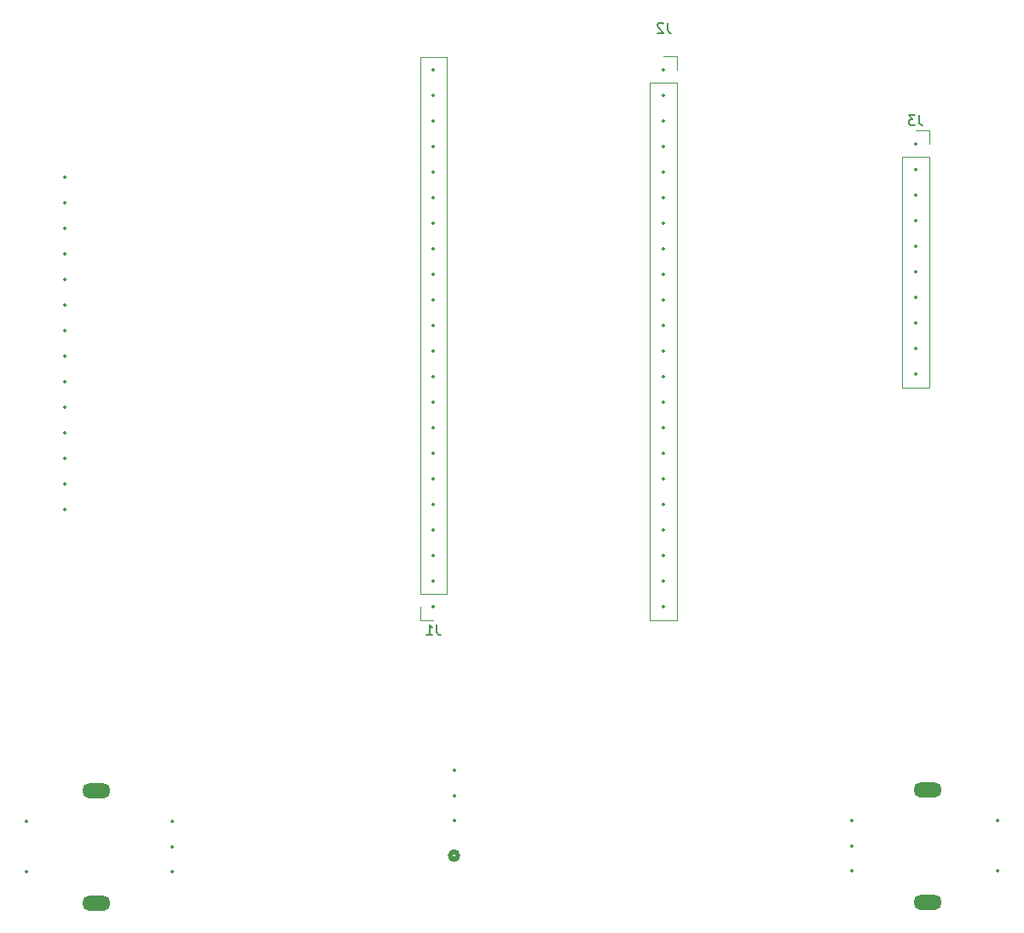
<source format=gbr>
%TF.GenerationSoftware,KiCad,Pcbnew,8.0.1-rc1*%
%TF.CreationDate,2024-08-02T07:45:06-04:00*%
%TF.ProjectId,Schema,53636865-6d61-42e6-9b69-6361645f7063,rev?*%
%TF.SameCoordinates,Original*%
%TF.FileFunction,Legend,Bot*%
%TF.FilePolarity,Positive*%
%FSLAX46Y46*%
G04 Gerber Fmt 4.6, Leading zero omitted, Abs format (unit mm)*
G04 Created by KiCad (PCBNEW 8.0.1-rc1) date 2024-08-02 07:45:06*
%MOMM*%
%LPD*%
G01*
G04 APERTURE LIST*
%ADD10C,0.150000*%
%ADD11C,0.508000*%
%ADD12C,0.120000*%
%ADD13C,0.350000*%
%ADD14O,2.800000X1.500000*%
G04 APERTURE END LIST*
D10*
X160443333Y-43154819D02*
X160443333Y-43869104D01*
X160443333Y-43869104D02*
X160490952Y-44011961D01*
X160490952Y-44011961D02*
X160586190Y-44107200D01*
X160586190Y-44107200D02*
X160729047Y-44154819D01*
X160729047Y-44154819D02*
X160824285Y-44154819D01*
X160062380Y-43154819D02*
X159443333Y-43154819D01*
X159443333Y-43154819D02*
X159776666Y-43535771D01*
X159776666Y-43535771D02*
X159633809Y-43535771D01*
X159633809Y-43535771D02*
X159538571Y-43583390D01*
X159538571Y-43583390D02*
X159490952Y-43631009D01*
X159490952Y-43631009D02*
X159443333Y-43726247D01*
X159443333Y-43726247D02*
X159443333Y-43964342D01*
X159443333Y-43964342D02*
X159490952Y-44059580D01*
X159490952Y-44059580D02*
X159538571Y-44107200D01*
X159538571Y-44107200D02*
X159633809Y-44154819D01*
X159633809Y-44154819D02*
X159919523Y-44154819D01*
X159919523Y-44154819D02*
X160014761Y-44107200D01*
X160014761Y-44107200D02*
X160062380Y-44059580D01*
X112553333Y-93794819D02*
X112553333Y-94509104D01*
X112553333Y-94509104D02*
X112600952Y-94651961D01*
X112600952Y-94651961D02*
X112696190Y-94747200D01*
X112696190Y-94747200D02*
X112839047Y-94794819D01*
X112839047Y-94794819D02*
X112934285Y-94794819D01*
X111553333Y-94794819D02*
X112124761Y-94794819D01*
X111839047Y-94794819D02*
X111839047Y-93794819D01*
X111839047Y-93794819D02*
X111934285Y-93937676D01*
X111934285Y-93937676D02*
X112029523Y-94032914D01*
X112029523Y-94032914D02*
X112124761Y-94080533D01*
X135473333Y-33974819D02*
X135473333Y-34689104D01*
X135473333Y-34689104D02*
X135520952Y-34831961D01*
X135520952Y-34831961D02*
X135616190Y-34927200D01*
X135616190Y-34927200D02*
X135759047Y-34974819D01*
X135759047Y-34974819D02*
X135854285Y-34974819D01*
X135044761Y-34070057D02*
X134997142Y-34022438D01*
X134997142Y-34022438D02*
X134901904Y-33974819D01*
X134901904Y-33974819D02*
X134663809Y-33974819D01*
X134663809Y-33974819D02*
X134568571Y-34022438D01*
X134568571Y-34022438D02*
X134520952Y-34070057D01*
X134520952Y-34070057D02*
X134473333Y-34165295D01*
X134473333Y-34165295D02*
X134473333Y-34260533D01*
X134473333Y-34260533D02*
X134520952Y-34403390D01*
X134520952Y-34403390D02*
X135092380Y-34974819D01*
X135092380Y-34974819D02*
X134473333Y-34974819D01*
D11*
%TO.C,SW3*%
X114650100Y-116726300D02*
G75*
G02*
X113888100Y-116726300I-381000J0D01*
G01*
X113888100Y-116726300D02*
G75*
G02*
X114650100Y-116726300I381000J0D01*
G01*
D12*
%TO.C,J3*%
X158780000Y-47300000D02*
X161440000Y-47300000D01*
X158780000Y-70220000D02*
X158780000Y-47300000D01*
X158780000Y-70220000D02*
X161440000Y-70220000D01*
X160110000Y-44700000D02*
X161440000Y-44700000D01*
X161440000Y-44700000D02*
X161440000Y-46030000D01*
X161440000Y-70220000D02*
X161440000Y-47300000D01*
%TO.C,J1*%
X110890000Y-37340000D02*
X110890000Y-90740000D01*
X110890000Y-93340000D02*
X110890000Y-92010000D01*
X112220000Y-93340000D02*
X110890000Y-93340000D01*
X113550000Y-37340000D02*
X110890000Y-37340000D01*
X113550000Y-37340000D02*
X113550000Y-90740000D01*
X113550000Y-90740000D02*
X110890000Y-90740000D01*
%TO.C,J2*%
X133740000Y-39930000D02*
X136400000Y-39930000D01*
X133740000Y-93330000D02*
X133740000Y-39930000D01*
X133740000Y-93330000D02*
X136400000Y-93330000D01*
X135070000Y-37330000D02*
X136400000Y-37330000D01*
X136400000Y-37330000D02*
X136400000Y-38660000D01*
X136400000Y-93330000D02*
X136400000Y-39930000D01*
%TD*%
D13*
X75620000Y-49360000D03*
X75620000Y-51900000D03*
X75620000Y-54440000D03*
X75620000Y-56980000D03*
X75620000Y-59520000D03*
X75620000Y-62060000D03*
X75620000Y-64600000D03*
X75620000Y-67140000D03*
X75620000Y-69680000D03*
X75620000Y-72220000D03*
X75620000Y-74760000D03*
X75620000Y-77300000D03*
X75620000Y-79840000D03*
X75620000Y-82380000D03*
X86280000Y-118360000D03*
X86280000Y-113360000D03*
X86280000Y-115860000D03*
D14*
X78780000Y-121460000D03*
X78780000Y-110260000D03*
D13*
X71780000Y-113360000D03*
X71780000Y-118360000D03*
X114269100Y-108270000D03*
X114269100Y-110770000D03*
X114269100Y-113270000D03*
X153780000Y-113280000D03*
X153780000Y-118280000D03*
X153780000Y-115780000D03*
D14*
X161280000Y-110180000D03*
X161280000Y-121380000D03*
D13*
X168280000Y-118280000D03*
X168280000Y-113280000D03*
X160110000Y-46030000D03*
X160110000Y-48570000D03*
X160110000Y-51110000D03*
X160110000Y-53650000D03*
X160110000Y-56190000D03*
X160110000Y-58730000D03*
X160110000Y-61270000D03*
X160110000Y-63810000D03*
X160110000Y-66350000D03*
X160110000Y-68890000D03*
X112220000Y-92010000D03*
X112220000Y-89470000D03*
X112220000Y-86930000D03*
X112220000Y-84390000D03*
X112220000Y-81850000D03*
X112220000Y-79310000D03*
X112220000Y-76770000D03*
X112220000Y-74230000D03*
X112220000Y-71690000D03*
X112220000Y-69150000D03*
X112220000Y-66610000D03*
X112220000Y-64070000D03*
X112220000Y-61530000D03*
X112220000Y-58990000D03*
X112220000Y-56450000D03*
X112220000Y-53910000D03*
X112220000Y-51370000D03*
X112220000Y-48830000D03*
X112220000Y-46290000D03*
X112220000Y-43750000D03*
X112220000Y-41210000D03*
X112220000Y-38670000D03*
X135070000Y-38660000D03*
X135070000Y-41200000D03*
X135070000Y-43740000D03*
X135070000Y-46280000D03*
X135070000Y-48820000D03*
X135070000Y-51360000D03*
X135070000Y-53900000D03*
X135070000Y-56440000D03*
X135070000Y-58980000D03*
X135070000Y-61520000D03*
X135070000Y-64060000D03*
X135070000Y-66600000D03*
X135070000Y-69140000D03*
X135070000Y-71680000D03*
X135070000Y-74220000D03*
X135070000Y-76760000D03*
X135070000Y-79300000D03*
X135070000Y-81840000D03*
X135070000Y-84380000D03*
X135070000Y-86920000D03*
X135070000Y-89460000D03*
X135070000Y-92000000D03*
M02*

</source>
